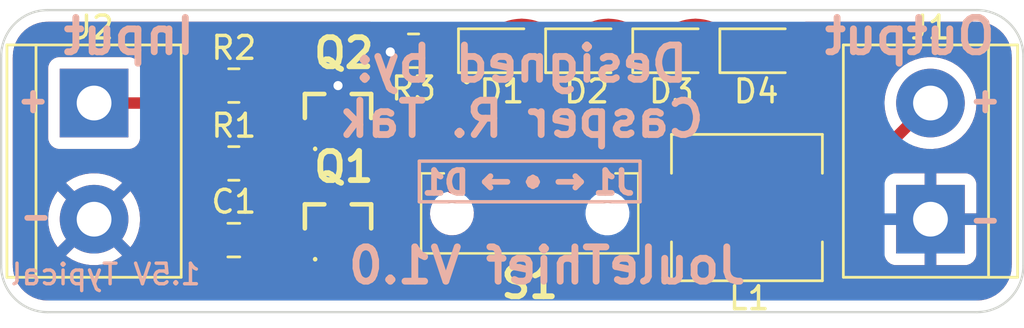
<source format=kicad_pcb>
(kicad_pcb (version 20211014) (generator pcbnew)
  (title_block (title "JouleThief THT") (date "2022-10-08") (rev "1.0") (comment 1 "Casper R. Tak"))
  (layers (0 "F.Cu" signal) (31 "B.Cu" signal) (34 "B.Paste" user) (35 "F.Paste" user) (36 "B.SilkS" user "B.Silkscreen") (37 "F.SilkS" user "F.Silkscreen") (38 "B.Mask" user) (39 "F.Mask" user) (44 "Edge.Cuts" user))
  (net 0 "")
  (net 1 "Net-(C1-Pad1)")
  (net 2 "Net-(C1-Pad2)")
  (net 3 "GND")
  (net 4 "Net-(J2-Pad1)")
  (net 5 "Net-(Q1-Pad2)")
  (net 6 "Net-(D4-Pad1)")
  (net 7 "Net-(D4-Pad2)")
  (net 8 "Net-(J1-Pad2)")
  (footprint "Resistor_SMD:R_0805_2012Metric_Pad1.20x1.40mm_HandSolder" (layer "F.Cu") (at 128.54 95.25)
    (fp_text reference "R2" (at 0 -1.65) (layer "F.SilkS"))
    (fp_text value "330")
    (fp_line (start -0.227064 0.735) (end 0.227064 0.735) (layer "F.SilkS") (width 0.12))
    (fp_line (start -0.227064 -0.735) (end 0.227064 -0.735) (layer "F.SilkS") (width 0.12))
    (pad "1" smd roundrect (at -1 0) (size 1.2 1.4) (layers "F.Cu" "F.Paste" "F.Mask") (roundrect_rratio 0.208333) (net 4 "Net-(J2-Pad1)"))
    (pad "2" smd roundrect (at 1 0) (size 1.2 1.4) (layers "F.Cu" "F.Paste" "F.Mask") (roundrect_rratio 0.208333) (net 5 "Net-(Q1-Pad2)"))
  )
  (footprint "LED_SMD:LED_0805_2012Metric_Pad1.15x1.40mm_HandSolder" (layer "F.Cu") (at 147.844 93.726)
    (fp_text reference "D3" (at -0.1684 1.778) (layer "F.SilkS"))
    (fp_text value "LED")
    (fp_line (start -1.86 -0.96) (end -1.86 0.96) (layer "F.SilkS") (width 0.12))
    (fp_line (start -1.86 0.96) (end 1 0.96) (layer "F.SilkS") (width 0.12))
    (fp_line (start 1 -0.96) (end -1.86 -0.96) (layer "F.SilkS") (width 0.12))
    (pad "1" smd roundrect (at -1.025 0) (size 1.15 1.4) (layers "F.Cu" "F.Paste" "F.Mask") (roundrect_rratio 0.217391) (net 6 "Net-(D4-Pad1)"))
    (pad "2" smd roundrect (at 1.025 0) (size 1.15 1.4) (layers "F.Cu" "F.Paste" "F.Mask") (roundrect_rratio 0.217391) (net 7 "Net-(D4-Pad2)"))
  )
  (footprint "TerminalBlock:TerminalBlock_bornier-2_P5.08mm" (layer "F.Cu") (at 122.428 96.012 -90)
    (fp_text reference "J2" (at -3.302 0) (layer "F.SilkS"))
    (fp_text value "Screw_Terminal_01x02" hide)
    (fp_line (start -2.54 -3.81) (end -2.54 3.81) (layer "F.SilkS") (width 0.12))
    (fp_line (start 7.62 2.54) (end -2.54 2.54) (layer "F.SilkS") (width 0.12))
    (fp_line (start 7.62 -3.81) (end -2.54 -3.81) (layer "F.SilkS") (width 0.12))
    (fp_line (start -2.54 3.81) (end 7.62 3.81) (layer "F.SilkS") (width 0.12))
    (fp_line (start 7.62 3.81) (end 7.62 -3.81) (layer "F.SilkS") (width 0.12))
    (pad "1" thru_hole rect (at 0 0 270) (size 3 3) (drill 1.52) (layers *.Cu *.Mask) (net 4 "Net-(J2-Pad1)"))
    (pad "2" thru_hole circle (at 5.08 0 270) (size 3 3) (drill 1.52) (layers *.Cu *.Mask) (net 3 "GND"))
  )
  (footprint "LED_SMD:LED_0805_2012Metric_Pad1.15x1.40mm_HandSolder" (layer "F.Cu") (at 140.224 93.726)
    (fp_text reference "D1" (at 0.0348 1.778) (layer "F.SilkS"))
    (fp_text value "LED")
    (fp_line (start -1.86 0.96) (end 1 0.96) (layer "F.SilkS") (width 0.12))
    (fp_line (start 1 -0.96) (end -1.86 -0.96) (layer "F.SilkS") (width 0.12))
    (fp_line (start -1.86 -0.96) (end -1.86 0.96) (layer "F.SilkS") (width 0.12))
    (pad "1" smd roundrect (at -1.025 0) (size 1.15 1.4) (layers "F.Cu" "F.Paste" "F.Mask") (roundrect_rratio 0.217391) (net 6 "Net-(D4-Pad1)"))
    (pad "2" smd roundrect (at 1.025 0) (size 1.15 1.4) (layers "F.Cu" "F.Paste" "F.Mask") (roundrect_rratio 0.217391) (net 7 "Net-(D4-Pad2)"))
  )
  (footprint "LED_SMD:LED_0805_2012Metric_Pad1.15x1.40mm_HandSolder" (layer "F.Cu") (at 151.654 93.726)
    (fp_text reference "D4" (at -0.27 1.778) (layer "F.SilkS"))
    (fp_text value "LED")
    (fp_line (start 1 -0.96) (end -1.86 -0.96) (layer "F.SilkS") (width 0.12))
    (fp_line (start -1.86 0.96) (end 1 0.96) (layer "F.SilkS") (width 0.12))
    (fp_line (start -1.86 -0.96) (end -1.86 0.96) (layer "F.SilkS") (width 0.12))
    (pad "1" smd roundrect (at -1.025 0) (size 1.15 1.4) (layers "F.Cu" "F.Paste" "F.Mask") (roundrect_rratio 0.217391) (net 6 "Net-(D4-Pad1)"))
    (pad "2" smd roundrect (at 1.025 0) (size 1.15 1.4) (layers "F.Cu" "F.Paste" "F.Mask") (roundrect_rratio 0.217391) (net 7 "Net-(D4-Pad2)"))
  )
  (footprint "Capacitor_SMD:C_0805_2012Metric_Pad1.18x1.45mm_HandSolder" (layer "F.Cu") (at 128.54 102.0064)
    (fp_text reference "C1" (at 0 -1.68) (layer "F.SilkS"))
    (fp_text value "220pf")
    (fp_line (start -0.261252 0.735) (end 0.261252 0.735) (layer "F.SilkS") (width 0.12))
    (fp_line (start -0.261252 -0.735) (end 0.261252 -0.735) (layer "F.SilkS") (width 0.12))
    (pad "1" smd roundrect (at -1.0375 0) (size 1.175 1.45) (layers "F.Cu" "F.Paste" "F.Mask") (roundrect_rratio 0.212766) (net 1 "Net-(C1-Pad1)"))
    (pad "2" smd roundrect (at 1.0375 0) (size 1.175 1.45) (layers "F.Cu" "F.Paste" "F.Mask") (roundrect_rratio 0.212766) (net 2 "Net-(C1-Pad2)"))
  )
  (footprint "Inductor_SMD:L_6.3x6.3_H3" (layer "F.Cu") (at 150.9776 100.584)
    (fp_text reference "L1" (at 0.1016 3.9624) (layer "F.SilkS"))
    (fp_text value "100uH")
    (fp_line (start -3.3 -1.5) (end -3.3 -3.2) (layer "F.SilkS") (width 0.12))
    (fp_line (start 3.3 -3.2) (end 3.3 -1.5) (layer "F.SilkS") (width 0.12))
    (fp_line (start -3.3 3.2) (end -3.3 1.5) (layer "F.SilkS") (width 0.12))
    (fp_line (start 3.3 1.5) (end 3.3 3.2) (layer "F.SilkS") (width 0.12))
    (fp_line (start 3.3 3.2) (end -3.3 3.2) (layer "F.SilkS") (width 0.12))
    (fp_line (start -3.3 -3.2) (end 3.3 -3.2) (layer "F.SilkS") (width 0.12))
    (pad "1" smd rect (at -2.75 0) (size 1.5 2.4) (layers "F.Cu" "F.Paste" "F.Mask") (net 1 "Net-(C1-Pad1)"))
    (pad "2" smd rect (at 2.75 0) (size 1.5 2.4) (layers "F.Cu" "F.Paste" "F.Mask") (net 4 "Net-(J2-Pad1)"))
  )
  (footprint "SamacSys_Parts:BC847215" (layer "F.Cu") (at 133.096 101.092)
    (fp_text reference "Q1" (at 0.254 -2.286) (layer "F.SilkS") (effects (font (size 1.27 1.27) (thickness 0.254))))
    (fp_text value "BC547" hide)
    (fp_line (start -1.45 -0.65) (end -1.45 0.4) (layer "F.SilkS") (width 0.2))
    (fp_line (start -1 1.8) (end -1 1.8) (layer "F.SilkS") (width 0.1))
    (fp_line (start 1.45 -0.65) (end 1.45 0.4) (layer "F.SilkS") (width 0.2))
    (fp_line (start 0.6 -0.65) (end 1.45 -0.65) (layer "F.SilkS") (width 0.2))
    (fp_line (start -0.6 -0.65) (end -1.45 -0.65) (layer "F.SilkS") (width 0.2))
    (fp_line (start -1 1.7) (end -1 1.7) (layer "F.SilkS") (width 0.1))
    (fp_arc (start -1 1.7) (mid -0.95 1.75) (end -1 1.8) (layer "F.SilkS") (width 0.1))
    (fp_arc (start -1 1.8) (mid -1.05 1.75) (end -1 1.7) (layer "F.SilkS") (width 0.1))
    (pad "1" smd rect locked (at -0.95 1) (size 0.6 0.7) (layers "F.Cu" "F.Paste" "F.Mask") (net 1 "Net-(C1-Pad1)"))
    (pad "2" smd rect locked (at 0.95 1) (size 0.6 0.7) (layers "F.Cu" "F.Paste" "F.Mask") (net 5 "Net-(Q1-Pad2)"))
    (pad "3" smd rect locked (at 0 -1) (size 0.6 0.7) (layers "F.Cu" "F.Paste" "F.Mask") (net 3 "GND"))
  )
  (footprint "LED_SMD:LED_0805_2012Metric_Pad1.15x1.40mm_HandSolder" (layer "F.Cu") (at 144.034 93.726)
    (fp_text reference "D2" (at -0.0668 1.778) (layer "F.SilkS"))
    (fp_text value "LED")
    (fp_line (start 1 -0.96) (end -1.86 -0.96) (layer "F.SilkS") (width 0.12))
    (fp_line (start -1.86 -0.96) (end -1.86 0.96) (layer "F.SilkS") (width 0.12))
    (fp_line (start -1.86 0.96) (end 1 0.96) (layer "F.SilkS") (width 0.12))
    (pad "1" smd roundrect (at -1.025 0) (size 1.15 1.4) (layers "F.Cu" "F.Paste" "F.Mask") (roundrect_rratio 0.217391) (net 6 "Net-(D4-Pad1)"))
    (pad "2" smd roundrect (at 1.025 0) (size 1.15 1.4) (layers "F.Cu" "F.Paste" "F.Mask") (roundrect_rratio 0.217391) (net 7 "Net-(D4-Pad2)"))
  )
  (footprint "TerminalBlock:TerminalBlock_bornier-2_P5.08mm" (layer "F.Cu") (at 159.004 101.092 90)
    (fp_text reference "J1" (at 8.382 -0.015915 180) (layer "F.SilkS"))
    (fp_text value "Screw_Terminal_01x02" hide)
    (fp_line (start 7.62 -3.81) (end -2.54 -3.81) (layer "F.SilkS") (width 0.12))
    (fp_line (start -2.54 -3.81) (end -2.54 3.81) (layer "F.SilkS") (width 0.12))
    (fp_line (start 7.62 2.54) (end -2.54 2.54) (layer "F.SilkS") (width 0.12))
    (fp_line (start -2.54 3.81) (end 7.62 3.81) (layer "F.SilkS") (width 0.12))
    (fp_line (start 7.62 3.81) (end 7.62 -3.81) (layer "F.SilkS") (width 0.12))
    (pad "1" thru_hole rect (at 0 0 90) (size 3 3) (drill 1.52) (layers *.Cu *.Mask) (net 3 "GND"))
    (pad "2" thru_hole circle (at 5.08 0 90) (size 3 3) (drill 1.52) (layers *.Cu *.Mask) (net 8 "Net-(J1-Pad2)"))
  )
  (footprint "SamacSys_Parts:LSSM12PVTR" (layer "F.Cu") (at 141.478 100.838)
    (fp_text reference "S1" (at 0 3.048) (layer "F.SilkS") (effects (font (size 1.27 1.27) (thickness 0.254))))
    (fp_text value "SWITCH-SPDT-PTH-11.6X4.0MM-KIT" hide)
    (fp_line (start -4.75 -1.75) (end -4.75 -1.75) (layer "F.SilkS") (width 0.1))
    (fp_line (start 3.75 -1.75) (end 3.75 -1.75) (layer "F.SilkS") (width 0.1))
    (fp_line (start -4.75 -1.75) (end -4.75 -1.75) (layer "F.SilkS") (width 0.1))
    (fp_line (start 4.75 1.75) (end 4.75 1.75) (layer "F.SilkS") (width 0.1))
    (fp_line (start 4.75 -1.75) (end 4.75 -1.75) (layer "F.SilkS") (width 0.1))
    (fp_line (start -2.75 -5.85) (end -2.75 -5.85) (layer "F.SilkS") (width 0.2))
    (fp_line (start -2.75 -5.75) (end -2.75 -5.75) (layer "F.SilkS") (width 0.2))
    (fp_line (start 3.75 -1.75) (end 4.75 -1.75) (layer "F.SilkS") (width 0.1))
    (fp_line (start -4.75 1.75) (end -4.75 1.75) (layer "F.SilkS") (width 0.1))
    (fp_line (start -3.75 -1.75) (end -4.75 -1.75) (layer "F.SilkS") (width 0.1))
    (fp_line (start -4.75 -1.75) (end -3.75 -1.75) (layer "F.SilkS") (width 0.1))
    (fp_line (start -4.75 -1.75) (end -4.75 1.75) (layer "F.SilkS") (width 0.1))
    (fp_line (start -4.75 1.75) (end -4.75 -1.75) (layer "F.SilkS") (width 0.1))
    (fp_line (start 4.75 -1.75) (end 3.75 -1.75) (layer "F.SilkS") (width 0.1))
    (fp_line (start -4.75 1.75) (end -4.75 1.75) (layer "F.SilkS") (width 0.1))
    (fp_line (start 4.75 1.75) (end 4.75 -1.75) (layer "F.SilkS") (width 0.1))
    (fp_line (start 4.75 -1.75) (end 4.75 1.75) (layer "F.SilkS") (width 0.1))
    (fp_line (start -2.75 -5.85) (end -2.75 -5.85) (layer "F.SilkS") (width 0.2))
    (fp_line (start 4.75 -1.75) (end 4.75 -1.75) (layer "F.SilkS") (width 0.1))
    (fp_line (start 4.75 1.75) (end -4.75 1.75) (layer "F.SilkS") (width 0.1))
    (fp_line (start -3.75 -1.75) (end -3.75 -1.75) (layer "F.SilkS") (width 0.1))
    (fp_line (start -4.75 1.75) (end 4.75 1.75) (layer "F.SilkS") (width 0.1))
    (fp_line (start 4.75 1.75) (end 4.75 1.75) (layer "F.SilkS") (width 0.1))
    (fp_arc (start -2.75 -5.85) (mid -2.7 -5.8) (end -2.75 -5.75) (layer "F.SilkS") (width 0.2))
    (fp_arc (start -2.75 -5.75) (mid -2.8 -5.8) (end -2.75 -5.85) (layer "F.SilkS") (width 0.2))
    (fp_arc (start -2.75 -5.75) (mid -2.8 -5.8) (end -2.75 -5.85) (layer "F.SilkS") (width 0.2))
    (pad "" np_thru_hole circle locked (at 3.4 0) (size 0.9 0.9) (drill 0.9) (layers *.Cu *.Mask))
    (pad "" np_thru_hole circle locked (at -3.4 0) (size 0.9 0.9) (drill 0.9) (layers *.Cu *.Mask))
    (pad "1" smd rect locked (at -2.5 -2.75) (size 1.2 2.5) (layers "F.Cu" "F.Paste" "F.Mask") (net 7 "Net-(D4-Pad2)"))
    (pad "2" smd rect locked (at 0 -2.75) (size 1.2 2.5) (layers "F.Cu" "F.Paste" "F.Mask") (net 1 "Net-(C1-Pad1)"))
    (pad "3" smd rect locked (at 2.5 -2.75) (size 1.2 2.5) (layers "F.Cu" "F.Paste" "F.Mask") (net 8 "Net-(J1-Pad2)"))
  )
  (footprint "SamacSys_Parts:BC847215" (layer "F.Cu") (at 133.096 96.266)
    (fp_text reference "Q2" (at 0.254 -2.4384) (layer "F.SilkS") (effects (font (size 1.27 1.27) (thickness 0.254))))
    (fp_text value "BC547" hide)
    (fp_line (start 0.6 -0.65) (end 1.45 -0.65) (layer "F.SilkS") (width 0.2))
    (fp_line (start -1.45 -0.65) (end -1.45 0.4) (layer "F.SilkS") (width 0.2))
    (fp_line (start 1.45 -0.65) (end 1.45 0.4) (layer "F.SilkS") (width 0.2))
    (fp_line (start -0.6 -0.65) (end -1.45 -0.65) (layer "F.SilkS") (width 0.2))
    (fp_line (start -1 1.7) (end -1 1.7) (layer "F.SilkS") (width 0.1))
    (fp_line (start -1 1.8) (end -1 1.8) (layer "F.SilkS") (width 0.1))
    (fp_arc (start -1 1.7) (mid -0.95 1.75) (end -1 1.8) (layer "F.SilkS") (width 0.1))
    (fp_arc (start -1 1.8) (mid -1.05 1.75) (end -1 1.7) (layer "F.SilkS") (width 0.1))
    (pad "1" smd rect locked (at -0.95 1) (size 0.6 0.7) (layers "F.Cu" "F.Paste" "F.Mask") (net 5 "Net-(Q1-Pad2)"))
    (pad "2" smd rect locked (at 0.95 1) (size 0.6 0.7) (layers "F.Cu" "F.Paste" "F.Mask") (net 2 "Net-(C1-Pad2)"))
    (pad "3" smd rect locked (at 0 -1) (size 0.6 0.7) (layers "F.Cu" "F.Paste" "F.Mask") (net 3 "GND"))
  )
  (footprint "Resistor_SMD:R_0805_2012Metric_Pad1.20x1.40mm_HandSolder" (layer "F.Cu") (at 136.398 93.726 180)
    (fp_text reference "R3" (at 0 -1.65) (layer "F.SilkS"))
    (fp_text value "x")
    (fp_line (start -0.227064 -0.735) (end 0.227064 -0.735) (layer "F.SilkS") (width 0.12))
    (fp_line (start -0.227064 0.735) (end 0.227064 0.735) (layer "F.SilkS") (width 0.12))
    (pad "1" smd roundrect (at -1 0 180) (size 1.2 1.4) (layers "F.Cu" "F.Paste" "F.Mask") (roundrect_rratio 0.208333) (net 6 "Net-(D4-Pad1)"))
    (pad "2" smd roundrect (at 1 0 180) (size 1.2 1.4) (layers "F.Cu" "F.Paste" "F.Mask") (roundrect_rratio 0.208333) (net 3 "GND"))
  )
  (footprint "Resistor_SMD:R_0805_2012Metric_Pad1.20x1.40mm_HandSolder" (layer "F.Cu") (at 128.54 98.6536)
    (fp_text reference "R1" (at 0 -1.65) (layer "F.SilkS"))
    (fp_text value "22k")
    (fp_line (start -0.227064 0.735) (end 0.227064 0.735) (layer "F.SilkS") (width 0.12))
    (fp_line (start -0.227064 -0.735) (end 0.227064 -0.735) (layer "F.SilkS") (width 0.12))
    (pad "1" smd roundrect (at -1 0) (size 1.2 1.4) (layers "F.Cu" "F.Paste" "F.Mask") (roundrect_rratio 0.208333) (net 1 "Net-(C1-Pad1)"))
    (pad "2" smd roundrect (at 1 0) (size 1.2 1.4) (layers "F.Cu" "F.Paste" "F.Mask") (roundrect_rratio 0.208333) (net 2 "Net-(C1-Pad2)"))
  )
  (gr_line (start 136.652 100.33) (end 136.652 98.552) (layer "B.SilkS") (width 0.15))
  (gr_line (start 146.304 98.552) (end 146.304 100.33) (layer "B.SilkS") (width 0.15))
  (gr_line (start 136.652 98.552) (end 146.304 98.552) (layer "B.SilkS") (width 0.15))
  (gr_line (start 146.304 100.33) (end 136.652 100.33) (layer "B.SilkS") (width 0.15))
  (gr_arc (start 163.068 103.124) (mid 162.472842 104.560846) (end 161.036 105.156) (layer "Edge.Cuts") (width 0.1))
  (gr_arc (start 161.036 91.948) (mid 162.472831 92.543164) (end 163.068 93.98) (layer "Edge.Cuts") (width 0.1))
  (gr_line (start 163.068 93.98) (end 163.068 103.124) (layer "Edge.Cuts") (width 0.1))
  (gr_line (start 118.364 103.124) (end 118.364 93.98) (layer "Edge.Cuts") (width 0.1))
  (gr_arc (start 118.364 93.98) (mid 118.959159 92.543159) (end 120.396 91.948) (layer "Edge.Cuts") (width 0.1))
  (gr_line (start 120.396 91.948) (end 161.036 91.948) (layer "Edge.Cuts") (width 0.1))
  (gr_arc (start 120.396 105.156) (mid 118.959159 104.560841) (end 118.364 103.124) (layer "Edge.Cuts") (width 0.1))
  (gr_line (start 161.036 105.156) (end 120.396 105.156) (layer "Edge.Cuts") (width 0.1))
  (gr_text "Designed by:\nCasper R. Tak" (at 141.1224 95.504) (layer "B.SilkS") (effects (font (size 1.5 1.5) (thickness 0.3)) (justify mirror)))
  (gr_text "J1" (at 145.161 99.4918) (layer "B.SilkS") (effects (font (size 1 1) (thickness 0.25)) (justify mirror)))
  (gr_text "D1\n" (at 137.795 99.4918) (layer "B.SilkS") (effects (font (size 1 1) (thickness 0.25)) (justify mirror)))
  (gr_text "Output\n" (at 158.099085 93.091) (layer "B.SilkS") (effects (font (size 1.5 1.5) (thickness 0.3)) (justify mirror)))
  (gr_text "-\n" (at 161.401085 101.092) (layer "B.SilkS") (effects (font (size 1 1) (thickness 0.25)) (justify mirror)))
  (gr_text "+" (at 161.401085 95.885) (layer "B.SilkS") (effects (font (size 1 1) (thickness 0.25)) (justify mirror)))
  (gr_text " ←•→" (at 142.113 99.3648) (layer "B.SilkS") (effects (font (size 1.3 1.3) (thickness 0.25)) (justify mirror)))
  (gr_text "1.5V Typical" (at 122.936 103.505) (layer "B.SilkS") (effects (font (size 0.9 0.9)) (justify mirror)))
  (gr_text "Input" (at 123.952 93.091) (layer "B.SilkS") (effects (font (size 1.5 1.5) (thickness 0.3)) (justify mirror)))
  (gr_text "JouleThief V1.0\n" (at 142.24 103.124) (layer "B.SilkS") (effects (font (size 1.5 1.5) (thickness 0.3)) (justify mirror)))
  (gr_text "+" (at 119.761 95.885) (layer "B.SilkS") (effects (font (size 1 1) (thickness 0.25)) (justify mirror)))
  (gr_text "-\n" (at 119.888 100.965) (layer "B.SilkS") (effects (font (size 1 1) (thickness 0.25)) (justify mirror)))
  (segment (start 133.767751 104.14) (end 144.293789 104.14) (width 0.5) (layer "F.Cu") (net 1))
  (segment (start 145.152019 103.64098) (end 144.907 103.886) (width 0.5) (layer "F.Cu") (net 1))
  (segment (start 145.19538 103.623019) (end 148.38 100.4384) (width 0.5) (layer "F.Cu") (net 1))
  (segment (start 127.52125 98.67235) (end 127.54 98.6536) (width 0.5) (layer "F.Cu") (net 1))
  (segment (start 127.5025 98.717616) (end 127.5025 101.64085) (width 0.5) (layer "F.Cu") (net 1))
  (segment (start 141.478 99.0185) (end 141.478 98.088) (width 0.5) (layer "F.Cu") (net 1))
  (segment (start 132.146 102.641) (end 132.146 102.092) (width 0.5) (layer "F.Cu") (net 1))
  (segment (start 130.736591 103.501408) (end 132.146 102.092) (width 0.5) (layer "F.Cu") (net 1))
  (segment (start 127.760982 102.995982) (end 128.266408 103.501408) (width 0.5) (layer "F.Cu") (net 1))
  (segment (start 127.5025 101.64085) (end 127.5025 102.37195) (width 0.5) (layer "F.Cu") (net 1))
  (segment (start 132.621 103.665) (end 132.534201 103.578201) (width 0.5) (layer "F.Cu") (net 1))
  (segment (start 145.152019 103.623019) (end 142.135962 100.606962) (width 0.5) (layer "F.Cu") (net 1))
  (arc (start 128.266408 103.501408) (mid 128.833073 103.880041) (end 129.5015 104.013) (width 0.5) (layer "F.Cu") (net 1))
  (arc (start 127.5025 102.37195) (mid 127.569677 102.709673) (end 127.760982 102.995982) (width 0.5) (layer "F.Cu") (net 1))
  (arc (start 132.146 102.641) (mid 132.24689 103.148209) (end 132.534201 103.578201) (width 0.5) (layer "F.Cu") (net 1))
  (arc (start 127.52125 98.67235) (mid 127.507372 98.693118) (end 127.5025 98.717616) (width 0.5) (layer "F.Cu") (net 1))
  (arc (start 145.152019 103.64098) (mid 145.155739 103.631999) (end 145.152019 103.623019) (width 0.5) (layer "F.Cu") (net 1))
  (arc (start 145.152019 103.623019) (mid 145.161966 103.629665) (end 145.1737 103.632) (width 0.5) (layer "F.Cu") (net 1))
  (arc (start 145.1737 103.632) (mid 145.161966 103.634333) (end 145.152019 103.64098) (width 0.5) (layer "F.Cu") (net 1))
  (arc (start 132.621 103.665) (mid 133.147133 104.016551) (end 133.767751 104.14) (width 0.5) (layer "F.Cu") (net 1))
  (arc (start 141.478 99.0185) (mid 141.648998 99.878169) (end 142.135962 100.606962) (width 0.5) (layer "F.Cu") (net 1))
  (arc (start 145.19538 103.623019) (mid 145.185433 103.629665) (end 145.1737 103.632) (width 0.5) (layer "F.Cu") (net 1))
  (arc (start 144.907 103.886) (mid 144.625656 104.073987) (end 144.293789 104.14) (width 0.5) (layer "F.Cu") (net 1))
  (arc (start 130.736591 103.501408) (mid 130.169926 103.880041) (end 129.5015 104.013) (width 0.5) (layer "F.Cu") (net 1))
  (segment (start 129.566516 98.6536) (end 131.677218 98.6536) (width 0.5) (layer "F.Cu") (net 2))
  (segment (start 129.5775 98.717616) (end 129.5775 102.0064) (width 0.5) (layer "F.Cu") (net 2))
  (segment (start 133.3522 97.9598) (end 134.046 97.266) (width 0.5) (layer "F.Cu") (net 2))
  (arc (start 129.566516 98.6536) (mid 129.556368 98.66038) (end 129.55875 98.67235) (width 0.5) (layer "F.Cu") (net 2))
  (arc (start 129.55875 98.67235) (mid 129.572627 98.693118) (end 129.5775 98.717616) (width 0.5) (layer "F.Cu") (net 2))
  (arc (start 133.3522 97.9598) (mid 132.583711 98.473287) (end 131.677218 98.6536) (width 0.5) (layer "F.Cu") (net 2))
  (segment (start 133.3302 95.4842) (end 133.096 95.25) (width 0.5) (layer "F.Cu") (net 3))
  (segment (start 135.323775 96.233825) (end 135.248152 96.158202) (width 0.5) (layer "F.Cu") (net 3))
  (segment (start 133.895608 95.7184) (end 134.186375 95.7184) (width 0.5) (layer "F.Cu") (net 3))
  (segment (start 133.096 102.256789) (end 133.096 100.092) (width 0.5) (layer "F.Cu") (net 3))
  (segment (start 134.278221 103.124) (end 133.96321 103.124) (width 0.5) (layer "F.Cu") (net 3))
  (segment (start 135.8392 97.478171) (end 135.8392 101.563021) (width 0.5) (layer "F.Cu") (net 3))
  (via (at 135.382 93.7768) (size 0.8) (drill 0.4) (layers "F.Cu" "B.Cu") (net 3))
  (via (at 133.096 95.25) (size 0.8) (drill 0.4) (layers "F.Cu" "B.Cu") (net 3))
  (arc (start 135.323775 96.233825) (mid 135.705245 96.804735) (end 135.8392 97.478171) (width 0.5) (layer "F.Cu") (net 3))
  (arc (start 133.35 102.87) (mid 133.631343 103.057987) (end 133.96321 103.124) (width 0.5) (layer "F.Cu") (net 3))
  (arc (start 133.3302 95.4842) (mid 133.589611 95.657533) (end 133.895608 95.7184) (width 0.5) (layer "F.Cu") (net 3))
  (arc (start 133.096 102.256789) (mid 133.162012 102.588656) (end 133.35 102.87) (width 0.5) (layer "F.Cu") (net 3))
  (arc (start 135.248152 96.158202) (mid 134.761004 95.8327) (end 134.186375 95.7184) (width 0.5) (layer "F.Cu") (net 3))
  (arc (start 135.382 102.6668) (mid 134.875582 103.005177) (end 134.278221 103.124) (width 0.5) (layer "F.Cu") (net 3))
  (arc (start 135.8392 101.563021) (mid 135.720377 102.160382) (end 135.382 102.6668) (width 0.5) (layer "F.Cu") (net 3))
  (segment (start 128.115 94.675) (end 127.921 94.869) (width 0.5) (layer "F.Cu") (net 4))
  (segment (start 127.921 94.869) (end 127.159 95.631) (width 0.5) (layer "F.Cu") (net 4))
  (segment (start 152.930703 97.304703) (end 152.434896 96.808896) (width 0.5) (layer "F.Cu") (net 4))
  (segment (start 138.376647 99.788) (end 139.832436 99.788) (width 0.5) (layer "F.Cu") (net 4))
  (segment (start 153.7276 99.228581) (end 153.7276 100.584) (width 0.5) (layer "F.Cu") (net 4))
  (segment (start 137.7696 96.77489) (end 137.7696 99.180952) (width 0.5) (layer "F.Cu") (net 4))
  (segment (start 140.988489 96.012) (end 150.511018 96.012) (width 0.5) (layer "F.Cu") (net 4))
  (segment (start 126.239184 96.012) (end 122.428 96.012) (width 0.5) (layer "F.Cu") (net 4))
  (segment (start 134.897967 94.996) (end 135.990709 94.996) (width 0.5) (layer "F.Cu") (net 4))
  (segment (start 140.208 99.412436) (end 140.208 96.792489) (width 0.5) (layer "F.Cu") (net 4))
  (segment (start 129.503172 94.1) (end 132.734832 94.1) (width 0.5) (layer "F.Cu") (net 4))
  (arc (start 127.159 95.631) (mid 126.736984 95.912981) (end 126.239184 96.012) (width 0.5) (layer "F.Cu") (net 4))
  (arc (start 137.248575 95.517025) (mid 137.63419 96.094138) (end 137.7696 96.77489) (width 0.5) (layer "F.Cu") (net 4))
  (arc (start 137.248575 95.517025) (mid 136.671461 95.131409) (end 135.990709 94.996) (width 0.5) (layer "F.Cu") (net 4))
  (arc (start 140.988489 96.012) (mid 140.689808 96.071411) (end 140.4366 96.2406) (width 0.5) (layer "F.Cu") (net 4))
  (arc (start 152.930703 97.304703) (mid 153.520493 98.187386) (end 153.7276 99.228581) (width 0.5) (layer "F.Cu") (net 4))
  (arc (start 140.208 99.412436) (mid 140.179411 99.556158) (end 140.098 99.678) (width 0.5) (layer "F.Cu") (net 4))
  (arc (start 137.9474 99.6102) (mid 138.14434 99.741791) (end 138.376647 99.788) (width 0.5) (layer "F.Cu") (net 4))
  (arc (start 129.503172 94.1) (mid 128.751898 94.249437) (end 128.115 94.675) (width 0.5) (layer "F.Cu") (net 4))
  (arc (start 133.8164 94.548) (mid 133.320172 94.216431) (end 132.734832 94.1) (width 0.5) (layer "F.Cu") (net 4))
  (arc (start 140.4366 96.2406) (mid 140.267411 96.493808) (end 140.208 96.792489) (width 0.5) (layer "F.Cu") (net 4))
  (arc (start 137.7696 99.180952) (mid 137.815808 99.413259) (end 137.9474 99.6102) (width 0.5) (layer "F.Cu") (net 4))
  (arc (start 152.434896 96.808896) (mid 151.552213 96.219106) (end 150.511018 96.012) (width 0.5) (layer "F.Cu") (net 4))
  (arc (start 133.8164 94.548) (mid 134.312627 94.879568) (end 134.897967 94.996) (width 0.5) (layer "F.Cu") (net 4))
  (arc (start 140.098 99.678) (mid 139.976158 99.759411) (end 139.832436 99.788) (width 0.5) (layer "F.Cu") (net 4))
  (segment (start 129.835 95.25) (end 129.54 95.25) (width 0.5) (layer "F.Cu") (net 5))
  (segment (start 132.146 97.266) (end 130.338596 95.458596) (width 0.5) (layer "F.Cu") (net 5))
  (segment (start 132.146 97.266) (end 132.5698 96.8422) (width 0.5) (layer "F.Cu") (net 5))
  (segment (start 134.046 99.783326) (end 134.046 102.092) (width 0.5) (layer "F.Cu") (net 5))
  (segment (start 134.9756 97.198889) (end 134.9756 97.539073) (width 0.5) (layer "F.Cu") (net 5))
  (segment (start 134.19511 96.4184) (end 133.592943 96.4184) (width 0.5) (layer "F.Cu") (net 5))
  (arc (start 134.747 96.647) (mid 134.49379 96.477811) (end 134.19511 96.4184) (width 0.5) (layer "F.Cu") (net 5))
  (arc (start 134.5108 98.6612) (mid 134.166797 99.176035) (end 134.046 99.783326) (width 0.5) (layer "F.Cu") (net 5))
  (arc (start 130.338596 95.458596) (mid 130.107544 95.304212) (end 129.835 95.25) (width 0.5) (layer "F.Cu") (net 5))
  (arc (start 133.592943 96.4184) (mid 133.039222 96.528542) (end 132.5698 96.8422) (width 0.5) (layer "F.Cu") (net 5))
  (arc (start 134.747 96.647) (mid 134.916188 96.900208) (end 134.9756 97.198889) (width 0.5) (layer "F.Cu") (net 5))
  (arc (start 134.9756 97.539073) (mid 134.854802 98.146363) (end 134.5108 98.6612) (width 0.5) (layer "F.Cu") (net 5))
  (segment (start 146.209564 93.111615) (end 146.81725 93.719301) (width 0.5) (layer "F.Cu") (net 6))
  (segment (start 150.629 93.723525) (end 150.629 93.726) (width 0.5) (layer "F.Cu") (net 6))
  (segment (start 139.799648 93.125351) (end 139.199 93.726) (width 0.5) (layer "F.Cu") (net 6))
  (segment (start 142.452151 93.125351) (end 142.993514 93.666714) (width 0.5) (layer "F.Cu") (net 6))
  (segment (start 143.024485 93.710514) (end 143.623384 93.111615) (width 0.5) (layer "F.Cu") (net 6))
  (segment (start 139.199 93.726) (end 137.398 93.726) (width 0.5) (layer "F.Cu") (net 6))
  (segment (start 150.62725 93.719301) (end 150.019564 93.111615) (width 0.5) (layer "F.Cu") (net 6))
  (segment (start 146.820749 93.72425) (end 147.433384 93.111615) (width 0.5) (layer "F.Cu") (net 6))
  (arc (start 146.819 93.723525) (mid 146.819632 93.724472) (end 146.820749 93.72425) (width 0.5) (layer "F.Cu") (net 6))
  (arc (start 144.916474 92.576) (mid 144.216659 92.715201) (end 143.623384 93.111615) (width 0.5) (layer "F.Cu") (net 6))
  (arc (start 142.993514 93.666714) (mid 143.004975 93.683866) (end 143.009 93.7041) (width 0.5) (layer "F.Cu") (net 6))
  (arc (start 141.1259 92.576) (mid 140.408137 92.718771) (end 139.799648 93.125351) (width 0.5) (layer "F.Cu") (net 6))
  (arc (start 150.62725 93.719301) (mid 150.628545 93.721239) (end 150.629 93.723525) (width 0.5) (layer "F.Cu") (net 6))
  (arc (start 148.726474 92.576) (mid 148.026659 92.715201) (end 147.433384 93.111615) (width 0.5) (layer "F.Cu") (net 6))
  (arc (start 143.009 93.7041) (mid 143.014599 93.71248) (end 143.024485 93.710514) (width 0.5) (layer "F.Cu") (net 6))
  (arc (start 146.81725 93.719301) (mid 146.818545 93.721239) (end 146.819 93.723525) (width 0.5) (layer "F.Cu") (net 6))
  (arc (start 142.452151 93.125351) (mid 141.843661 92.718771) (end 141.1259 92.576) (width 0.5) (layer "F.Cu") (net 6))
  (arc (start 146.209564 93.111615) (mid 145.616289 92.715201) (end 144.916474 92.576) (width 0.5) (layer "F.Cu") (net 6))
  (arc (start 150.019564 93.111615) (mid 149.426289 92.715201) (end 148.726474 92.576) (width 0.5) (layer "F.Cu") (net 6))
  (segment (start 152.064615 94.340384) (end 152.679 93.726) (width 0.5) (layer "F.Cu") (net 7))
  (segment (start 145.05725 93.727749) (end 144.444615 94.340384) (width 0.5) (layer "F.Cu") (net 7))
  (segment (start 148.870749 93.732698) (end 149.478435 94.340384) (width 0.5) (layer "F.Cu") (net 7))
  (segment (start 145.060749 93.732698) (end 145.668435 94.340384) (width 0.5) (layer "F.Cu") (net 7))
  (segment (start 141.250749 93.732698) (end 141.858435 94.340384) (width 0.5) (layer "F.Cu") (net 7))
  (segment (start 138.978 97.0425) (end 138.978 98.088) (width 0.5) (layer "F.Cu") (net 7))
  (segment (start 141.24725 93.727749) (end 139.71728 95.257719) (width 0.5) (layer "F.Cu") (net 7))
  (segment (start 148.86725 93.727749) (end 148.254615 94.340384) (width 0.5) (layer "F.Cu") (net 7))
  (arc (start 148.869 93.728474) (mid 148.868367 93.727527) (end 148.86725 93.727749) (width 0.5) (layer "F.Cu") (net 7))
  (arc (start 148.869 93.728474) (mid 148.869454 93.73076) (end 148.870749 93.732698) (width 0.5) (layer "F.Cu") (net 7))
  (arc (start 145.059 93.728474) (mid 145.058367 93.727527) (end 145.05725 93.727749) (width 0.5) (layer "F.Cu") (net 7))
  (arc (start 152.064615 94.340384) (mid 151.47134 94.736797) (end 150.771525 94.876) (width 0.5) (layer "F.Cu") (net 7))
  (arc (start 141.249 93.728474) (mid 141.249454 93.73076) (end 141.250749 93.732698) (width 0.5) (layer "F.Cu") (net 7))
  (arc (start 145.668435 94.340384) (mid 146.26171 94.736797) (end 146.961525 94.876) (width 0.5) (layer "F.Cu") (net 7))
  (arc (start 144.444615 94.340384) (mid 143.85134 94.736797) (end 143.151525 94.876) (width 0.5) (layer "F.Cu") (net 7))
  (arc (start 141.858435 94.340384) (mid 142.45171 94.736797) (end 143.151525 94.876) (width 0.5) (layer "F.Cu") (net 7))
  (arc (start 139.71728 95.257719) (mid 139.170132 96.076583) (end 138.978 97.0425) (width 0.5) (layer "F.Cu") (net 7))
  (arc (start 149.478435 94.340384) (mid 150.07171 94.736797) (end 150.771525 94.876) (width 0.5) (layer "F.Cu") (net 7))
  (arc (start 141.249 93.728474) (mid 141.248367 93.727527) (end 141.24725 93.727749) (width 0.5) (layer "F.Cu") (net 7))
  (arc (start 145.059 93.728474) (mid 145.059454 93.73076) (end 145.060749 93.732698) (width 0.5) (layer "F.Cu") (net 7))
  (arc (start 148.254615 94.340384) (mid 147.66134 94.736797) (end 146.961525 94.876) (width 0.5) (layer "F.Cu") (net 7))
  (segment (start 155.357668 102.8192) (end 152.636568 102.8192) (width 0.5) (layer "F.Cu") (net 8))
  (segment (start 156.3116 101.865268) (end 156.3116 99.831381) (width 0.5) (layer "F.Cu") (net 8))
  (segment (start 151.9428 102.125431) (end 151.9428 100.438344) (width 0.5) (layer "F.Cu") (net 8))
  (segment (start 149.592455 98.088) (end 143.978 98.088) (width 0.5) (layer "F.Cu") (net 8))
  (segment (start 157.108496 97.907503) (end 159.004 96.012) (width 0.5) (layer "F.Cu") (net 8))
  (arc (start 151.9428 102.125431) (mid 151.995609 102.390925) (end 152.146 102.616) (width 0.5) (layer "F.Cu") (net 8))
  (arc (start 156.0322 102.5398) (mid 155.722722 102.746586) (end 155.357668 102.8192) (width 0.5) (layer "F.Cu") (net 8))
  (arc (start 156.3116 101.865268) (mid 156.238986 102.230322) (end 156.0322 102.5398) (width 0.5) (layer "F.Cu") (net 8))
  (arc (start 152.146 102.616) (mid 152.371074 102.76639) (end 152.636568 102.8192) (width 0.5) (layer "F.Cu") (net 8))
  (arc (start 151.2544 98.7764) (mid 151.76389 99.538906) (end 151.9428 100.438344) (width 0.5) (layer "F.Cu") (net 8))
  (arc (start 157.108496 97.907503) (mid 156.518706 98.790186) (end 156.3116 99.831381) (width 0.5) (layer "F.Cu") (net 8))
  (arc (start 151.2544 98.7764) (mid 150.491893 98.266909) (end 149.592455 98.088) (width 0.5) (layer "F.Cu") (net 8))
  (zone (net 3) (net_name "GND") (layers F&B.Cu) (connect_pads (clearance 0.508)) (min_thickness 0.254) (fill yes (thermal_gap 0.508) (thermal_bridge_width 0.508))
    (polygon (pts (xy 163.068 105.156) (xy 118.364 105.156) (xy 118.364 91.948) (xy 163.068 91.948)))
  )
)
</source>
